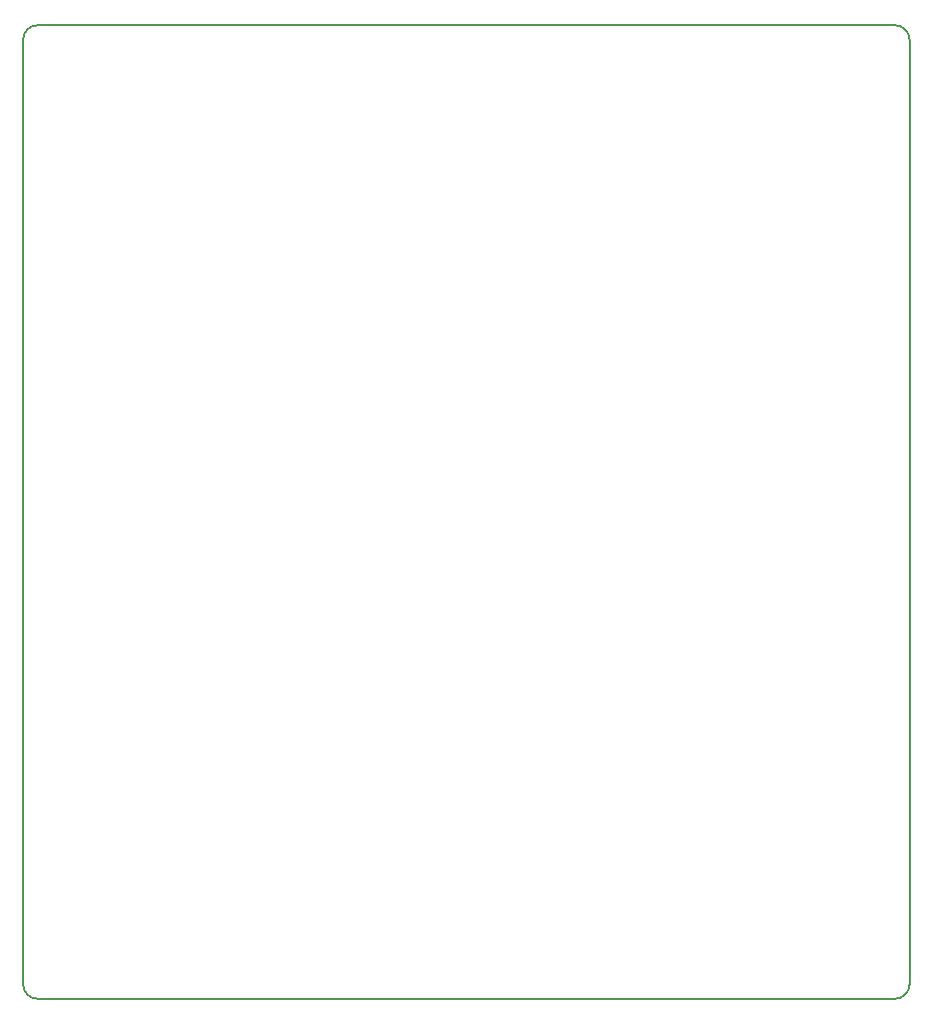
<source format=gm1>
G04 #@! TF.FileFunction,Profile,NP*
%FSLAX46Y46*%
G04 Gerber Fmt 4.6, Leading zero omitted, Abs format (unit mm)*
G04 Created by KiCad (PCBNEW 4.0.7) date 08/25/19 17:49:11*
%MOMM*%
%LPD*%
G01*
G04 APERTURE LIST*
%ADD10C,0.100000*%
%ADD11C,0.150000*%
G04 APERTURE END LIST*
D10*
D11*
X81915000Y-139700000D02*
X81915000Y-56515000D01*
X158750000Y-140970000D02*
X83185000Y-140970000D01*
X160020000Y-56515000D02*
X160020000Y-139700000D01*
X156210000Y-55245000D02*
X158750000Y-55245000D01*
X83185000Y-55245000D02*
X85725000Y-55245000D01*
X156210000Y-55245000D02*
X130810000Y-55245000D01*
X110490000Y-55245000D02*
X85725000Y-55245000D01*
X83185000Y-55245000D02*
G75*
G03X81915000Y-56515000I0J-1270000D01*
G01*
X110490000Y-55245000D02*
X130810000Y-55245000D01*
X160020000Y-56515000D02*
G75*
G03X158750000Y-55245000I-1270000J0D01*
G01*
X158750000Y-140970000D02*
G75*
G03X160020000Y-139700000I0J1270000D01*
G01*
X81915000Y-139700000D02*
G75*
G03X83185000Y-140970000I1270000J0D01*
G01*
M02*

</source>
